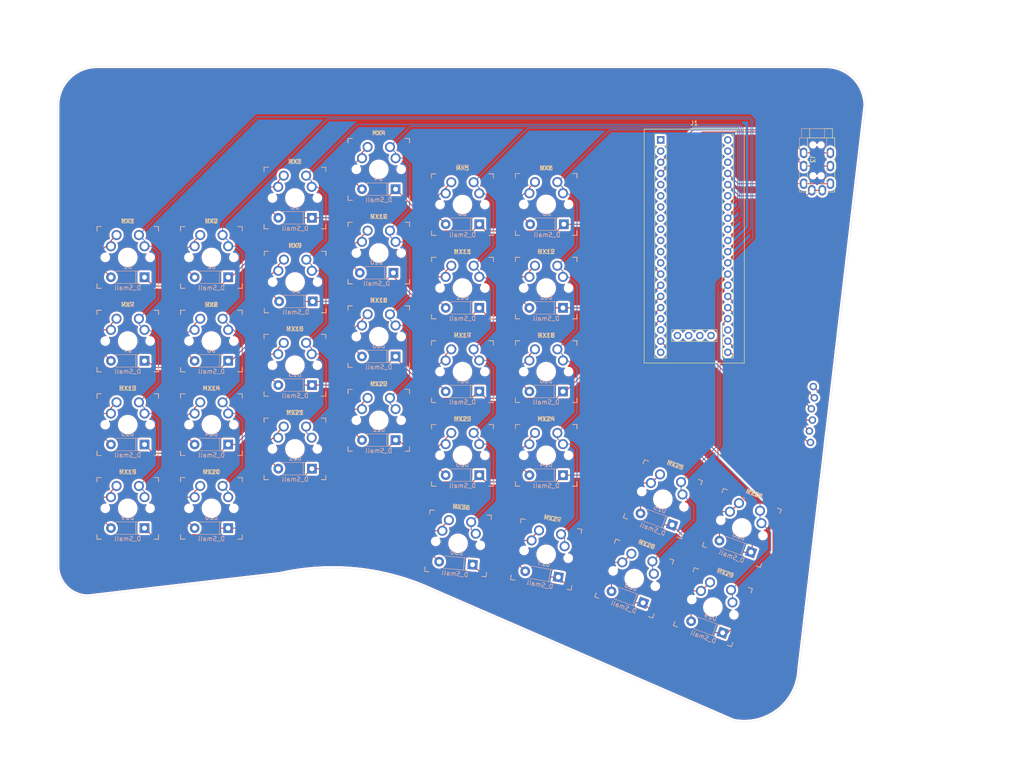
<source format=kicad_pcb>
(kicad_pcb (version 20240108) (generator "pcbnew") (generator_version "8.0")
  (layers (0 "F.Cu" signal) (31 "B.Cu" signal) (34 "B.Paste" user) (35 "F.Paste" user) (36 "B.SilkS" user "B.Silkscreen") (37 "F.SilkS" user "F.Silkscreen") (38 "B.Mask" user) (39 "F.Mask" user) (44 "Edge.Cuts" user))
  (net 0 "")
  (net 1 "Net-(D1-A)")
  (net 2 "Row0")
  (net 3 "Net-(D2-A)")
  (net 4 "Net-(D3-A)")
  (net 5 "Net-(D4-A)")
  (net 6 "Net-(D5-A)")
  (net 7 "Net-(D6-A)")
  (net 8 "Net-(D7-A)")
  (net 9 "Row1")
  (net 10 "Net-(D8-A)")
  (net 11 "Net-(D9-A)")
  (net 12 "Net-(D10-A)")
  (net 13 "Net-(D11-A)")
  (net 14 "Net-(D12-A)")
  (net 15 "Row2")
  (net 16 "Net-(D13-A)")
  (net 17 "Net-(D14-A)")
  (net 18 "Net-(D15-A)")
  (net 19 "Net-(D16-A)")
  (net 20 "Net-(D17-A)")
  (net 21 "Net-(D18-A)")
  (net 22 "Row3")
  (net 23 "Net-(D19-A)")
  (net 24 "Net-(D20-A)")
  (net 25 "Net-(D21-A)")
  (net 26 "Net-(D22-A)")
  (net 27 "Net-(D23-A)")
  (net 28 "Net-(D24-A)")
  (net 29 "Net-(D25-A)")
  (net 30 "Net-(D26-A)")
  (net 31 "Row4")
  (net 32 "Net-(D27-A)")
  (net 33 "Net-(D28-A)")
  (net 34 "Net-(D29-A)")
  (net 35 "Net-(D30-A)")
  (net 36 "Column4")
  (net 37 "Column0")
  (net 38 "Column1")
  (net 39 "Column7")
  (net 40 "Column3")
  (net 41 "Column2")
  (net 42 "Column6")
  (net 43 "Column5")
  (net 54 "TRRS-S")
  (net 55 "TRRS-R1")
  (net 56 "TRRS-T")
  (net 57 "TRRS-R2")
  (net 58 "GND")
  (net 61 "MOSI")
  (net 62 "SCLK")
  (net 63 "5V")
  (net 64 "NCS")
  (net 65 "MISO")
  (footprint "Keebio-Parts:Header-6-Pin-ZigZag" (layer "F.Cu") (at 198.379148 90.328404 -5)
    (property "Reference" "J2" (hide yes))
    (property "Value" "Conn_01x06")
  )
  (footprint "Kicad-STM32-master:YAAJ_BluePill_SWD_2" (layer "F.Cu") (at 163.5 34.28)
    (property "Reference" "J1")
    (property "Value" "Conn_02x25_Counter_Clockwise" (hide yes))
  )
  (footprint "PCM_marbastlib-xp-various:CON_MJ-4PP-9_Reversible" (layer "F.Cu") (at 199 39.98 -90)
    (property "Reference" "J3")
    (property "Value" "AudioJack4_Ground_SwitchTR1" (hide yes))
  )
  (footprint "keyswitches.pretty-master:SW_MX_reversible" (layer "B.Cu") (at 99.5 59.98 180)
    (property "Reference" "MX10")
    (property "Value" "MX_SW_solder")
  )
  (footprint "keyswitches.pretty-master:SW_MX_reversible" (layer "B.Cu") (at 42.5 60.98 180)
    (property "Reference" "MX1")
    (property "Value" "MX_SW_solder")
  )
  (footprint "PCM_4ms_Diode:D_DO-41_P7.62mm_Horizontal" (layer "B.Cu") (at 99.5 83.48 180)
    (property "Reference" "D16")
    (property "Value" "D_Small")
  )
  (footprint "PCM_4ms_Diode:D_DO-41_P7.62mm_Horizontal" (layer "B.Cu") (at 174 144.94 160)
    (property "Reference" "D29")
    (property "Value" "D_Small")
  )
  (footprint "PCM_4ms_Diode:D_DO-41_P7.62mm_Horizontal" (layer "B.Cu") (at 61.5 122.48 180)
    (property "Reference" "D20")
    (property "Value" "D_Small")
  )
  (footprint "keyswitches.pretty-master:SW_MX_reversible" (layer "B.Cu") (at 80.46 47.48 180)
    (property "Reference" "MX3")
    (property "Value" "MX_SW_solder")
  )
  (footprint "PCM_4ms_Diode:D_DO-41_P7.62mm_Horizontal" (layer "B.Cu") (at 118.5 91.44 180)
    (property "Reference" "D17")
    (property "Value" "D_Small")
  )
  (footprint "PCM_4ms_Diode:D_DO-41_P7.62mm_Horizontal" (layer "B.Cu") (at 137.5 110.44 180)
    (property "Reference" "D24")
    (property "Value" "D_Small")
  )
  (footprint "keyswitches.pretty-master:SW_MX_reversible" (layer "B.Cu") (at 42.5 98.98 180)
    (property "Reference" "MX13")
    (property "Value" "MX_SW_solder")
  )
  (footprint "keyswitches.pretty-master:SW_MX_reversible" (layer "B.Cu") (at 99.5 78.98 180)
    (property "Reference" "MX16")
    (property "Value" "MX_SW_solder")
  )
  (footprint "keyswitches.pretty-master:SW_MX_reversible" (layer "B.Cu") (at 61.5 98.98 180)
    (property "Reference" "MX14")
    (property "Value" "MX_SW_solder")
  )
  (footprint "PCM_4ms_Diode:D_DO-41_P7.62mm_Horizontal" (layer "B.Cu") (at 80.5 89.98 180)
    (property "Reference" "D15")
    (property "Value" "D_Small")
  )
  (footprint "keyswitches.pretty-master:SW_MX_reversible" (layer "B.Cu") (at 61.5 60.98 180)
    (property "Reference" "MX2")
    (property "Value" "MX_SW_solder")
  )
  (footprint "keyswitches.pretty-master:SW_MX_reversible" (layer "B.Cu") (at 80.46 104.48 180)
    (property "Reference" "MX21")
    (property "Value" "MX_SW_solder")
  )
  (footprint "PCM_4ms_Diode:D_DO-41_P7.62mm_Horizontal" (layer "B.Cu") (at 80.5 108.98 180)
    (property "Reference" "D21")
    (property "Value" "D_Small")
  )
  (footprint "PCM_4ms_Diode:D_DO-41_P7.62mm_Horizontal" (layer "B.Cu") (at 118.5 110.44 180)
    (property "Reference" "D23")
    (property "Value" "D_Small")
  )
  (footprint "PCM_4ms_Diode:D_DO-41_P7.62mm_Horizontal" (layer "B.Cu") (at 61.5 84.48 180)
    (property "Reference" "D8")
    (property "Value" "D_Small")
  )
  (footprint "PCM_4ms_Diode:D_DO-41_P7.62mm_Horizontal" (layer "B.Cu") (at 99 64.48 180)
    (property "Reference" "D10")
    (property "Value" "D_Small")
  )
  (footprint "keyswitches.pretty-master:SW_MX_reversible" (layer "B.Cu") (at 175.354159 140.438382 160)
    (property "Reference" "MX29")
    (property "Value" "MX_SW_solder")
  )
  (footprint "PCM_4ms_Diode:D_DO-41_P7.62mm_Horizontal" (layer "B.Cu") (at 162.5 120.44 160)
    (property "Reference" "D25")
    (property "Value" "D_Small")
  )
  (footprint "PCM_4ms_Diode:D_DO-41_P7.62mm_Horizontal" (layer "B.Cu") (at 42.5 65.48 180)
    (property "Reference" "D1")
    (property "Value" "D_Small")
  )
  (footprint "keyswitches.pretty-master:SW_MX_reversible" (layer "B.Cu") (at 137.5 67.94 180)
    (property "Reference" "MX12")
    (property "Value" "MX_SW_solder")
  )
  (footprint "keyswitches.pretty-master:SW_MX_reversible" (layer "B.Cu") (at 137.5 48.94 180)
    (property "Reference" "MX6")
    (property "Value" "MX_SW_solder")
  )
  (footprint "PCM_4ms_Diode:D_DO-41_P7.62mm_Horizontal" (layer "B.Cu") (at 136.5 132.94 170)
    (property "Reference" "D27")
    (property "Value" "D_Small")
  )
  (footprint "keyswitches.pretty-master:SW_MX_reversible" (layer "B.Cu") (at 99.5 40.98 180)
    (property "Reference" "MX4")
    (property "Value" "MX_SW_solder")
  )
  (footprint "PCM_4ms_Diode:D_DO-41_P7.62mm_Horizontal" (layer "B.Cu") (at 180.41977 126.636904 160)
    (property "Reference" "D26")
    (property "Value" "D_Small")
  )
  (footprint "keyswitches.pretty-master:SW_MX_reversible" (layer "B.Cu") (at 61.5 79.98 180)
    (property "Reference" "MX8")
    (property "Value" "MX_SW_solder")
  )
  (footprint "keyswitches.pretty-master:SW_MX_reversible" (layer "B.Cu") (at 137.5 128.44 170)
    (property "Reference" "MX27")
    (property "Value" "MX_SW_solder")
  )
  (footprint "keyswitches.pretty-master:SW_MX_reversible" (layer "B.Cu") (at 42.5 79.98 180)
    (property "Reference" "MX7")
    (property "Value" "MX_SW_solder")
  )
  (footprint "keyswitches.pretty-master:SW_MX_reversible" (layer "B.Cu") (at 80.46 85.48 180)
    (property "Reference" "MX15")
    (property "Value" "MX_SW_solder")
  )
  (footprint "keyswitches.pretty-master:SW_MX_reversible" (layer "B.Cu") (at 99.5 97.98 180)
    (property "Reference" "MX22")
    (property "Value" "MX_SW_solder")
  )
  (footprint "keyswitches.pretty-master:SW_MX_reversible" (layer "B.Cu") (at 118.5 48.98 180)
    (property "Reference" "MX5")
    (property "Value" "MX_SW_solder")
  )
  (footprint "PCM_4ms_Diode:D_DO-41_P7.62mm_Horizontal" (layer "B.Cu") (at 155.91977 138.136904 160)
    (property "Reference" "D28")
    (property "Value" "D_Small")
  )
  (footprint "PCM_4ms_Diode:D_DO-41_P7.62mm_Horizontal" (layer "B.Cu") (at 137.5 72.44 180)
    (property "Reference" "D12")
    (property "Value" "D_Small")
  )
  (footprint "PCM_4ms_Diode:D_DO-41_P7.62mm_Horizontal" (layer "B.Cu") (at 61.5 103.48 180)
    (property "Reference" "D14")
    (property "Value" "D_Small")
  )
  (footprint "PCM_4ms_Diode:D_DO-41_P7.62mm_Horizontal" (layer "B.Cu") (at 118.5 53.44 180)
    (property "Reference" "D5")
    (property "Value" "D_Small")
  )
  (footprint "keyswitches.pretty-master:SW_MX_reversible" (layer "B.Cu") (at 181.929334 122.44 160)
    (property "Reference" "MX26")
    (property "Value" "MX_SW_solder")
  )
  (footprint "PCM_4ms_Diode:D_DO-41_P7.62mm_Horizontal" (layer "B.Cu") (at 117 130.44 175)
    (property "Reference" "D30")
    (property "Value" "D_Small")
  )
  (footprint "keyswitches.pretty-master:SW_MX_reversible" (layer "B.Cu") (at 118.5 67.94 180)
    (property "Reference" "MX11")
    (property "Value" "MX_SW_solder")
  )
  (footprint "keyswitches.pretty-master:SW_MX_reversible" (layer "B.Cu") (at 118.5 105.94 180)
    (property "Reference" "MX23")
    (property "Value" "MX_SW_solder")
  )
  (footprint "PCM_4ms_Diode:D_DO-41_P7.62mm_Horizontal" (layer "B.Cu") (at 99.5 45.48 180)
    (property "Reference" "D4")
    (property "Value" "D_Small")
  )
  (footprint "keyswitches.pretty-master:SW_MX_reversible" (layer "B.Cu") (at 164 115.914257 160)
    (property "Reference" "MX25")
    (property "Value" "MX_SW_solder")
  )
  (footprint "keyswitches.pretty-master:SW_MX_reversible" (layer "B.Cu") (at 118.5 86.94 180)
    (property "Reference" "MX17")
    (property "Value" "MX_SW_solder")
  )
  (footprint "PCM_4ms_Diode:D_DO-41_P7.62mm_Horizontal" (layer "B.Cu") (at 61.5 65.48 180)
    (property "Reference" "D2")
    (property "Value" "D_Small")
  )
  (footprint "PCM_4ms_Diode:D_DO-41_P7.62mm_Horizontal" (layer "B.Cu") (at 42.5 103.48 180)
    (property "Reference" "D13")
    (property "Value" "D_Small")
  )
  (footprint "PCM_4ms_Diode:D_DO-41_P7.62mm_Horizontal" (layer "B.Cu") (at 80.5 51.98 180)
    (property "Reference" "D3")
    (property "Value" "D_Small")
  )
  (footprint "keyswitches.pretty-master:SW_MX_reversible" (layer "B.Cu") (at 137.5 105.94 180)
    (property "Reference" "MX24")
    (property "Value" "MX_SW_solder")
  )
  (footprint "keyswitches.pretty-master:SW_MX_reversible" (layer "B.Cu") (at 137.5 86.94 180)
    (property "Reference" "MX18")
    (property "Value" "MX_SW_solder")
  )
  (footprint "PCM_4ms_Diode:D_DO-41_P7.62mm_Horizontal" (layer "B.Cu") (at 137.5 91.44 180)
    (property "Reference" "D18")
    (property "Value" "D_Small")
  )
  (footprint "PCM_4ms_Diode:D_DO-41_P7.62mm_Horizontal" (layer "B.Cu") (at 42.5 84.48 180)
    (property "Reference" "D7")
    (property "Value" "D_Small")
  )
  (footprint "keyswitches.pretty-master:SW_MX_reversible" (layer "B.Cu") (at 157.5 133.94 160)
    (property "Reference" "MX28")
    (property "Value" "MX_SW_solder")
  )
  (footprint "PCM_4ms_Diode:D_DO-41_P7.62mm_Horizontal" (layer "B.Cu") (at 42.5 122.48 180)
    (property "Reference" "D19")
    (property "Value" "D_Small")
  )
  (footprint "keyswitches.pretty-master:SW_MX_reversible" (layer "B.Cu") (at 80.5 66.56 180)
    (property "Reference" "MX9")
    (property "Value" "MX_SW_solder")
  )
  (footprint "PCM_4ms_Diode:D_DO-41_P7.62mm_Horizontal" (layer "B.Cu") (at 137.69 53.44 180)
    (property "Reference" "D6")
    (property "Value" "D_Small")
  )
  (footprint "PCM_4ms_Diode:D_DO-41_P7.62mm_Horizontal" (layer "B.Cu") (at 99.5 102.48 180)
    (property "Reference" "D22")
    (property "Value" "D_Small")
  )
  (footprint "keyswitches.pretty-master:SW_MX_reversible" (layer "B.Cu") (at 61.5 117.98 180)
    (property "Reference" "MX20")
    (property "Value" "MX_SW_solder")
  )
  (footprint "keyswitches.pretty-master:SW_MX_reversible" (layer "B.Cu") (at 42.5 117.98 180)
    (property "Reference" "MX19")
    (property "Value" "MX_SW_solder")
  )
  (footprint "PCM_4ms_Diode:D_DO-41_P7.62mm_Horizontal" (layer "B.Cu") (at 118.5 72.44 180)
    (property "Reference" "D11")
    (property "Value" "D_Small")
  )
  (footprint "PCM_4ms_Diode:D_DO-41_P7.62mm_Horizontal" (layer "B.Cu") (at 80.69 70.98 180)
    (property "Reference" "D9")
    (property "Value" "D_Small")
  )
  (footprint "keyswitches.pretty-master:SW_MX_reversible" (layer "B.Cu") (at 117.5 125.94 175)
    (property "Reference" "MX30")
    (property "Value" "MX_SW_solder")
  )
  (gr_arc (start 201 17.5) (mid 207.363961 20.136039) (end 210 26.5) (stroke (width 0.05)) (layer "Edge.Cuts"))
  (gr_line (start 77.093319 132.91216) (end 33.5 138) (stroke (width 0.05)) (layer "Edge.Cuts"))
  (gr_line (start 26.5 26.5) (end 26.5 131) (stroke (width 0.05)) (layer "Edge.Cuts"))
  (gr_arc (start 26.5 26.5) (mid 29.136039 20.136039) (end 35.5 17.5) (stroke (width 0.05)) (layer "Edge.Cuts"))
  (gr_line (start 179.948533 166.247041) (end 111.5 136.500001) (stroke (width 0.05)) (layer "Edge.Cuts"))
  (gr_arc (start 77.093319 132.91216) (mid 94.592205 131.871862) (end 111.5 136.500001) (stroke (width 0.05)) (layer "Edge.Cuts"))
  (gr_line (start 35.5 17.5) (end 201 17.5) (stroke (width 0.05)) (layer "Edge.Cuts"))
  (gr_line (start 210 26.5) (end 195 154.5) (stroke (width 0.05)) (layer "Edge.Cuts"))
  (gr_arc (start 33.5 138) (mid 28.550253 135.949747) (end 26.5 131) (stroke (width 0.05)) (layer "Edge.Cuts"))
  (gr_arc (start 195 154.5) (mid 190.196855 163.861969) (end 179.948533 166.247041) (stroke (width 0.05)) (layer "Edge.Cuts"))
  (segment (start 39.96 55.9) (end 38.69 57.17) (width 0.2) (layer "F.Cu") (net 1))
  (segment (start 36 59.98) (end 37.54 58.44) (width 0.2) (layer "F.Cu") (net 1))
  (segment (start 36 62.79) (end 36 59.98) (width 0.2) (layer "F.Cu") (net 1))
  (segment (start 38.69 65.48) (end 36 62.79) (width 0.2) (layer "F.Cu") (net 1))
  (segment (start 37.54 58.44) (end 38.69 58.44) (width 0.2) (layer "F.Cu") (net 1))
  (segment (start 38.69 57.17) (end 38.69 58.44) (width 0.2) (layer "F.Cu") (net 1))
  (segment (start 112.81 54.98) (end 103.31 45.48) (width 0.2) (layer "F.Cu") (net 2))
  (segment (start 120.91 54.84) (end 120.64 54.84) (width 0.2) (layer "F.Cu") (net 2))
  (segment (start 63.5 67.48) (end 48.31 67.48) (width 0.2) (layer "F.Cu") (net 2))
  (segment (start 84.31 51.98) (end 79.5 51.98) (width 0.2) (layer "F.Cu") (net 2))
  (segment (start 139.96 54.98) (end 141.5 53.44) (width 0.2) (layer "F.Cu") (net 2))
  (segment (start 120.5 54.98) (end 112.81 54.98) (width 0.2) (layer "F.Cu") (net 2))
  (segment (start 48.31 67.48) (end 46.31 65.48) (width 0.2) (layer "F.Cu") (net 2))
  (segment (start 123.85 54.98) (end 139.96 54.98) (width 0.2) (layer "F.Cu") (net 2))
  (segment (start 152.18 53.44) (end 163.5 64.76) (width 0.2) (layer "F.Cu") (net 2))
  (segment (start 122.31 53.44) (end 120.91 54.84) (width 0.2) (layer "F.Cu") (net 2))
  (segment (start 103.31 45.48) (end 96.81 51.98) (width 0.2) (layer "F.Cu") (net 2))
  (segment (start 96.81 51.98) (end 84.31 51.98) (width 0.2) (layer "F.Cu") (net 2))
  (segment (start 66 65.48) (end 65.31 65.48) (width 0.2) (layer "F.Cu") (net 2))
  (segment (start 122.31 53.44) (end 123.85 54.98) (width 0.2) (layer "F.Cu") (net 2))
  (segment (start 120.64 54.84) (end 120.5 54.98) (width 0.2) (layer "F.Cu") (net 2))
  (segment (start 79.5 51.98) (end 66 65.48) (width 0.2) (layer "F.Cu") (net 2))
  (segment (start 65.31 65.48) (end 65.31 65.67) (width 0.2) (layer "F.Cu") (net 2))
  (segment (start 65.31 65.67) (end 63.5 67.48) (width 0.2) (layer "F.Cu") (net 2))
  (segment (start 141.5 53.44) (end 152.18 53.44) (width 0.2) (layer "F.Cu") (net 2))
  (segment (start 57.69 57.17) (end 57.69 58.44) (width 0.2) (layer "F.Cu") (net 3))
  (segment (start 57.69 58.44) (end 56.54 58.44) (width 0.2) (layer "F.Cu") (net 3))
  (segment (start 55 62.79) (end 57.69 65.48) (width 0.2) (layer "F.Cu") (net 3))
  (segment (start 55 59.98) (end 55 62.79) (width 0.2) (layer "F.Cu") (net 3))
  (segment (start 58.96 55.9) (end 57.69 57.17) (width 0.2) (layer "F.Cu") (net 3))
  (segment (start 56.54 58.44) (end 55 59.98) (width 0.2) (layer "F.Cu") (net 3))
  (segment (start 77.92 42.4) (end 76.65 43.67) (width 0.2) (layer "F.Cu") (net 4))
  (segment (start 75.033554 44.94) (end 74 45.973554) (width 0.2) (layer "F.Cu") (net 4))
  (segment (start 74 45.973554) (end 74 49.29) (width 0.2) (layer "F.Cu") (net 4))
  (segment (start 76.65 43.67) (end 76.65 44.94) (width 0.2) (layer "F.Cu") (net 4))
  (segment (start 76.65 44.94) (end 75.033554 44.94) (width 0.2) (layer "F.Cu") (net 4))
  (segment (start 74 49.29) (end 76.69 51.98) (width 0.2) (layer "F.Cu") (net 4))
  (segment (start 93 42.79) (end 93 40.701671) (width 0.2) (layer "F.Cu") (net 5))
  (segment (start 95.261671 38.44) (end 95.69 38.44) (width 0.2) (layer "F.Cu") (net 5))
  (segment (start 93 40.701671) (end 95.261671 38.44) (width 0.2) (layer "F.Cu") (net 5))
  (segment (start 95.69 45.48) (end 93 42.79) (width 0.2) (layer "F.Cu") (net 5))
  (segment (start 95.69 37.17) (end 95.69 38.44) (width 0.2) (layer "F.Cu") (net 5))
  (segment (start 96.96 35.9) (end 95.69 37.17) (width 0.2) (layer "F.Cu") (net 5))
  (segment (start 114.69 46.44) (end 113.54 46.44) (width 0.2) (layer "F.Cu") (net 6))
  (segment (start 112 47.98) (end 112 50.75) (width 0.2) (layer "F.Cu") (net 6))
  (segment (start 113.54 46.44) (end 112 47.98) (width 0.2) (layer "F.Cu") (net 6))
  (segment (start 112 50.75) (end 114.69 53.44) (width 0.2) (layer "F.Cu") (net 6))
  (segment (start 115.96 43.9) (end 114.69 45.17) (width 0.2) (layer "F.Cu") (net 6))
  (segment (start 114.69 45.17) (end 114.69 46.44) (width 0.2) (layer "F.Cu") (net 6))
  (segment (start 134.96 43.86) (end 133.69 45.13) (width 0.2) (layer "F.Cu") (net 7))
  (segment (start 131 47.98) (end 131 50.56) (width 0.2) (layer "F.Cu") (net 7))
  (segment (start 133.69 45.13) (end 133.69 46.4) (width 0.2) (layer "F.Cu") (net 7))
  (segment (start 133.69 46.4) (end 132.58 46.4) (width 0.2) (layer "F.Cu") (net 7))
  (segment (start 131 50.56) (end 133.88 53.44) (width 0.2) (layer "F.Cu") (net 7))
  (segment (start 132.58 46.4) (end 131 47.98) (width 0.2) (layer "F.Cu") (net 7))
  (segment (start 36 78.513554) (end 36 81.79) (width 0.2) (layer "F.Cu") (net 8))
  (segment (start 38.69 77.44) (end 37.073554 77.44) (width 0.2) (layer "F.Cu") (net 8))
  (segment (start 37.073554 77.44) (end 36 78.513554) (width 0.2) (layer "F.Cu") (net 8))
  (segment (start 39.96 74.9) (end 38.69 76.17) (width 0.2) (layer "F.Cu") (net 8))
  (segment (start 36 81.79) (end 38.69 84.48) (width 0.2) (layer "F.Cu") (net 8))
  (segment (start 38.69 76.17) (end 38.69 77.44) (width 0.2) (layer "F.Cu") (net 8))
  (segment (start 48.5 85.98) (end 47 84.48) (width 0.2) (layer "F.Cu") (net 9))
  (segment (start 84.5 70.98) (end 96.31 70.98) (width 0.2) (layer "F.Cu") (net 9))
  (segment (start 65.31 84.48) (end 63.81 85.98) (width 0.2) (layer "F.Cu") (net 9))
  (segment (start 102.81 64.48) (end 102.81 65.29) (width 0.2) (layer "F.Cu") (net 9))
  (segment (start 65.31 84.48) (end 66 84.48) (width 0.2) (layer "F.Cu") (net 9))
  (segment (start 158.36 72.44) (end 163.5 67.3) (width 0.2) (layer "F.Cu") (net 9))
  (segment (start 119.77 74.98) (end 122.31 72.44) (width 0.2) (layer "F.Cu") (net 9))
  (segment (start 112.5 74.98) (end 119.77 74.98) (width 0.2) (layer "F.Cu") (net 9))
  (segment (start 122.31 72.44) (end 124.85 74.98) (width 0.2) (layer "F.Cu") (net 9))
  (segment (start 141.31 72.44) (end 158.36 72.44) (width 0.2) (layer "F.Cu") (net 9))
  (segment (start 139.54 72.44) (end 141.31 72.44) (width 0.2) (layer "F.Cu") (net 9))
  (segment (start 79.5 70.98) (end 84.5 70.98) (width 0.2) (layer "F.Cu") (net 9))
  (segment (start 137 74.98) (end 139.54 72.44) (width 0.2) (layer "F.Cu") (net 9))
  (segment (start 124.85 74.98) (end 137 74.98) (width 0.2) (layer "F.Cu") (net 9))
  (segment (start 66 84.48) (end 79.5 70.98) (width 0.2) (layer "F.Cu") (net 9))
  (segment (start 102.81 65.29) (end 112.5 74.98) (width 0.2) (layer "F.Cu") (net 9))
  (segment (start 47 84.48) (end 46.31 84.48) (width 0.2) (layer "F.Cu") (net 9))
  (segment (start 96.31 70.98) (end 102.81 64.48) (width 0.2) (layer "F.Cu") (net 9))
  (segment (start 63.81 85.98) (end 48.5 85.98) (width 0.2) (layer "F.Cu") (net 9))
  (segment (start 55 81.79) (end 55 79.2609) (width 0.2) (layer "F.Cu") (net 10))
  (segment (start 55 79.2609) (end 56.8209 77.44) (width 0.2) (layer "F.Cu") (net 10))
  (segment (start 57.69 84.48) (end 55 81.79) (width 0.2) (layer "F.Cu") (net 10))
  (segment (start 58.96 74.9) (end 57.69 76.17) (width 0.2) (layer "F.Cu") (net 10))
  (segment (start 57.69 76.17) (end 57.69 77.44) (width 0.2) (layer "F.Cu") (net 10))
  (segment (start 56.8209 77.44) (end 57.69 77.44) (width 0.2) (layer "F.Cu") (net 10))
  (segment (start 75.96 64.02) (end 74 65.98) (width 0.2) (layer "F.Cu") (net 11))
  (segment (start 77.96 61.48) (end 76.69 62.75) (width 0.2) (layer "F.Cu") (net 11))
  (segment (start 76.69 64.02) (end 75.96 64.02) (width 0.2) (layer "F.Cu") (net 11))
  (segment (start 74 65.98) (end 74 68.1) (width 0.2) (layer "F.Cu") (net 11))
  (segment (start 74 68.1) (end 76.88 70.98) (width 0.2) (layer "F.Cu") (net 11))
  (segment (start 76.69 62.75) (end 76.69 64.02) (width 0.2) (layer "F.Cu") (net 11))
  (segment (start 94.54 57.44) (end 93 58.98) (width 0.2) (layer "F.Cu") (net 12))
  (segment (start 96.96 54.9) (end 95.69 56.17) (width 0.2) (layer "F.Cu") (net 12))
  (segment (start 95.69 56.17) (end 95.69 57.44) (width 0.2) (layer "F.Cu") (net 12))
  (segment (start 93 58.98) (end 93 62.29) (width 0.2) (layer "F.Cu") (net 12))
  (segment (start 93 62.29) (end 95.19 64.48) (width 0.2) (layer "F.Cu") (net 12))
  (segment (start 95.69 57.44) (end 94.54 57.44) (width 0.2) (layer "F.Cu") (net 12))
  (segment (start 115.96 62.86) (end 114.69 64.13) (width 0.2) (layer "F.Cu") (net 13))
  (segment (start 114.69 64.13) (end 114.69 65.4) (width 0.2) (layer "F.Cu") (net 13))
  (segment (start 113.073554 65.4) (end 112 66.473554) (width 0.2) (layer "F.Cu") (net 13))
  (segment (start 112 66.473554) (end 112 69.75) (width 0.2) (layer "F.Cu") (net 13))
  (segment (start 114.69 65.4) (end 113.073554 65.4) (width 0.2) (layer "F.Cu") (net 13))
  (segment (start 112 69.75) (end 114.69 72.44) (width 0.2) (layer "F.Cu") (net 13))
  (segment (start 133.69 72.44) (end 131 69.75) (width 0.2) (layer "F.Cu") (net 14))
  (segment (start 131 66.473554) (end 132.073554 65.4) (width 0.2) (layer "F.Cu") (net 14))
  (segment (start 133.69 64.13) (end 133.69 65.4) (width 0.2) (layer "F.Cu") (net 14))
  (segment (start 132.073554 65.4) (end 133.69 65.4) (width 0.2) (layer "F.Cu") (net 14))
  (segment (start 131 69.75) (end 131 66.473554) (width 0.2) (layer "F.Cu") (net 14))
  (segment (start 134.96 62.86) (end 133.69 64.13) (width 0.2) (layer "F.Cu") (net 14))
  (segment (start 67 103.48) (end 65.31 103.48) (width 0.2) (layer "F.Cu") (net 15))
  (segment (start 48.31 105.48) (end 46.31 103.48) (width 0.2) (layer "F.Cu") (net 15))
  (segment (start 141.31 91.44) (end 141.9 91.44) (width 0.2) (layer "F.Cu") (net 15))
  (segment (start 103.31 83.48) (end 96.81 89.98) (width 0.2) (layer "F.Cu") (net 15))
  (segment (start 80.5 89.98) (end 67 103.48) (width 0.2) (layer "F.Cu") (net 15))
  (segment (start 84.31 89.98) (end 80.5 89.98) (width 0.2) (layer "F.Cu") (net 15))
  (segment (start 112.5 92.98) (end 103.31 83.79) (width 0.2) (layer "F.Cu") (net 15))
  (segment (start 63.31 105.48) (end 48.31 105.48) (width 0.2) (layer "F.Cu") (net 15))
  (segment (start 96.81 89.98) (end 84.31 89.98) (width 0.2) (layer "F.Cu") (net 15))
  (segment (start 103.31 83.79) (end 103.31 83.48) (width 0.2) (layer "F.Cu") (net 15))
  (segment (start 141.9 91.44) (end 163.5 69.84) (width 0.2) (layer "F.Cu") (net 15))
  (segment (start 120.5 92.98) (end 112.5 92.98) (width 0.2) (layer "F.Cu") (net 15))
  (segment (start 122.31 91.44) (end 122.04 91.44) (width 0.2) (layer "F.Cu") (net 15))
  (segment (start 139.77 92.98) (end 123.85 92.98) (width 0.2) (layer "F.Cu") (net 15))
  (segment (start 122.04 91.44) (end 120.5 92.98) (width 0.2) (layer "F.Cu") (net 15))
  (segment (start 123.85 92.98) (end 122.31 91.44) (width 0.2) (layer "F.Cu") (net 15))
  (segment (start 141.31 91.44) (end 139.77 92.98) (width 0.2) (layer "F.Cu") (net 15))
  (segment (start 65.31 103.48) (end 63.31 105.48) (width 0.2) (layer "F.Cu") (net 15))
  (segment (start 37.073554 96.44) (end 36 97.513554) (width 0.2) (layer "F.Cu") (net 16))
  (segment (start 38.69 95.17) (end 38.69 96.44) (width 0.2) (layer "F.Cu") (net 16))
  (segment (start 36 100.79) (end 38.69 103.48) (width 0.2) (layer "F.Cu") (net 16))
  (segment (start 36 97.513554) (end 36 100.79) (width 0.2) (layer "F.Cu") (net 16))
  (segment (start 39.96 93.9) (end 38.69 95.17) (width 0.2) (layer "F.Cu") (net 16))
  (segment (start 38.69 96.44) (end 37.073554 96.44) (width 0.2) (layer "F.Cu") (net 16))
  (segment (start 57.69 103.48) (end 55 100.79) (width 0.2) (layer "F.Cu") (net 17))
  (segment (start 55 97.98) (end 56.54 96.44) (width 0.2) (layer "F.Cu") (net 17))
  (segment (start 56.54 96.44) (end 57.69 96.44) (width 0.2) (layer "F.Cu") (net 17))
  (segment (start 55 100.79) (end 55 97.98) (width 0.2) (layer "F.Cu") (net 17))
  (segment (start 58.96 93.9) (end 57.69 95.17) (width 0.2) (layer "F.Cu") (net 17))
  (segment (start 57.69 95.17) (end 57.69 96.44) (width 0.2) (layer "F.Cu") (net 17))
  (segment (start 76.65 81.67) (end 76.65 82.94) (width 0.2) (layer "F.Cu") (net 18))
  (segment (start 76.65 82.94) (end 75.033554 82.94) (width 0.2) (layer "F.Cu") (net 18))
  (segment (start 74 87.29) (end 76.69 89.98) (width 0.2) (layer "F.Cu") (net 18))
  (segment (start 75.033554 82.94) (end 74 83.973554) (width 0.2) (layer "F.Cu") (net 18))
  (segment (start 77.92 80.4) (end 76.65 81.67) (width 0.2) (layer "F.Cu") (net 18))
  (segment (start 74 83.973554) (end 74 87.29) (width 0.2) (layer "F.Cu") (net 18))
  (segment (start 94.54 76.44) (end 93 77.98) (width 0.2) (layer "F.Cu") (net 19))
  (segment (start 93 77.98) (end 93 80.79) (width 0.2) (layer "F.Cu") (net 19))
  (segment (start 93 80.79) (end 95.69 83.48) (width 0.2) (layer "F.Cu") (net 19))
  (segment (start 96.96 73.9) (end 95.69 75.17) (width 0.2) (layer "F.Cu") (net 19))
  (segment (start 95.69 76.44) (end 94.54 76.44) (width 0.2) (layer "F.Cu") (net 19))
  (segment (start 95.69 75.17) (end 95.69 76.44) (width 0.2) (layer "F.Cu") (net 19))
  (segment (start 114.08 84.4) (end 114.69 84.4) (width 0.2) (layer "F.Cu") (net 20))
  (segment (start 115.96 81.86) (end 114.69 83.13) (width 0.2) (layer "F.Cu") (net 20))
  (segment (start 114.69 83.13) (end 114.69 84.4) (width 0.2) (layer "F.Cu") (net 20))
  (segment (start 112 86.48) (end 114.08 84.4) (width 0.2) (layer "F.Cu") (net 20))
  (segment (start 112 88.75) (end 112 86.48) (width 0.2) (layer "F.Cu") (net 20))
  (segment (start 114.69 91.44) (end 112 88.75) (width 0.2) (layer "F.Cu") (net 20))
  (segment (start 133.08 84.4) (end 133.69 84.4) (width 0.2) (layer "F.Cu") (net 21))
  (segment (start 134.96 81.86) (end 133.69 83.13) (width 0.2) (layer "F.Cu") (net 21))
  (segment (start 131 86.48) (end 133.08 84.4) (width 0.2) (layer "F.Cu") (net 21))
  (segment (start 133.69 83.13) (end 133.69 84.4) (width 0.2) (layer "F.Cu") (net 21))
  (segment (start 133.69 91.44) (end 131 88.75) (width 0.2) (layer "F.Cu") (net 21))
  (segment (start 131 88.75) (end 131 86.48) (width 0.2) (layer "F.Cu") (net 21))
  (segment (start 171.50306 104.98) (end 147 104.98) (width 0.2) (layer "F.Cu") (net 22))
  (segment (start 147 104.98) (end 147 88.88) (width 0.2) (layer "F.Cu") (net 22))
  (segment (start 104 102.48) (end 113.5 111.98) (width 0.2) (layer "F.Cu") (net 22))
  (segment (start 184.273234 127.666766) (end 184.273234 117.750174) (width 0.2) (layer "F.Cu") (net 22))
  (segment (start 122.31 110.44) (end 123.85 111.98) (width 0.2) (layer "F.Cu") (net 22))
  (segment (start 62 122.48) (end 65.31 122.48) (width 0.2) (layer "F.Cu") (net 22))
  (segment (start 123.85 111.98) (end 139.77 111.98) (width 0.2) (layer "F.Cu") (net 22))
  (segment (start 113.5 111.98) (end 120.77 111.98) (width 0.2) (layer "F.Cu") (net 22))
  (segment (start 184 127.94) (end 184.273234 127.666766) (width 0.2) (layer "F.Cu") (net 22))
  (segment (start 120.77 111.98) (end 122.31 110.44) (width 0.2) (layer "F.Cu") (net 22))
  (segment (start 65.31 122.48) (end 70.81 122.48) (width 0.2) (layer "F.Cu") (net 22))
  (segment (start 166.08023 121.743096) (end 172.277134 127.94) (width 0.2) (layer "F.Cu") (net 22))
  (segment (start 47.81 123.98) (end 60.5 123.98) (width 0.2) (layer "F.Cu") (net 22))
  (segment (start 147 88.88) (end 163.5 72.38) (width 0.2) (layer "F.Cu") (net 22))
  (segment (start 139.77 111.98) (end 141.31 110.44) (width 0.2) (layer "F.Cu") (net 22))
  (segment (start 46.31 122.48) (end 47.81 123.98) (width 0.2) (layer "F.Cu") (net 22))
  (segment (start 103.31 102.48) (end 104 102.48) (width 0.2) (layer "F.Cu") (net 22))
  (segment (start 96.81 108.98) (end 103.31 102.48) (width 0.2) (layer "F.Cu") (net 22))
  (segment (start 158.263096 121.743096) (end 166.08023 121.743096) (width 0.2) (layer "F.Cu") (net 22))
  (segment (start 84.31 108.98) (end 96.81 108.98) (width 0.2) (layer "F.Cu") (net 22))
  (segment (start 60.5 123.98) (end 62 122.48) (width 0.2) (layer "F.Cu") (net 22))
  (segment (start 141.31 110.44) (end 146.96 110.44) (width 0.2) (layer "F.Cu") (net 22))
  (segment (start 172.277134 127.94) (end 184 127.94) (width 0.2) (layer "F.Cu") (net 22))
  (segment (start 70.81 122.48) (end 84.31 108.98) (width 0.2) (layer "F.Cu") (net 22))
  (segment (start 146.96 110.44) (end 158.263096 121.743096) (width 0.2) (layer "F.Cu") (net 22))
  (segment (start 184.273234 117.750174) (end 171.50306 104.98) (width 0.2) (layer "F.Cu") (net 22))
  (segment (start 39.96 112.9) (end 38.69 114.17) (width 0.2) (layer "F.Cu") (net 23))
  (segment (start 38.69 115.44) (end 37.073554 115.44) (width 0.2) (layer "F.Cu") (net 23))
  (segment (start 37.073554 115.44) (end 36 116.513554) (width 0.2) (layer "F.Cu") (net 23))
  (segment (start 38.69 114.17) (end 38.69 115.44) (width 0.2) (layer "F.Cu") (net 23))
  (segment (start 36 119.79) (end 38.69 122.48) (width 0.2) (layer "F.Cu") (net 23))
  (segment (start 36 116.513554) (end 36 119.79) (width 0.2) (layer "F.Cu") (net 23))
  (segment (start 58.96 112.9) (end 57.69 114.17) (width 0.2) (layer "F.Cu") (net 24))
  (segment (start 57.69 115.44) (end 56.073554 115.44) (width 0.2) (layer "F.Cu") (net 24))
  (segment (start 55 116.513554) (end 55 119.79) (width 0.2) (layer "F.Cu") (net 24))
  (segment (start 56.073554 115.44) (end 55 116.513554) (width 0.2) (layer "F.Cu") (net 24))
  (segment (start 57.69 114.17) (end 57.69 115.44) (width 0.2) (layer "F.Cu") (net 24))
  (segment (start 55 119.79) (end 57.69 122.48) (width 0.2) (layer "F.Cu") (net 24))
  (segment (start 74 106.29) (end 76.69 108.98) (width 0.2) (layer "F.Cu") (net 25))
  (segment (start 75.54 101.94) (end 74 103.48) (width 0.2) (layer "F.Cu") (net 25))
  (segment (start 76.65 101.94) (end 75.54 101.94) (width 0.2) (layer "F.Cu") (net 25))
  (segment (start 76.65 100.67) (end 76.65 101.94) (width 0.2) (layer "F.Cu") (net 25))
  (segment (start 77.92 99.4) (end 76.65 100.67) (width 0.2) (layer "F.Cu") (net 25))
  (segment (start 74 103.48) (end 74 106.29) (width 0.2) (layer "F.Cu") (net 25))
  (segment (start 93 96.513554) (end 94.073554 95.44) (width 0.2) (layer "F.Cu") (net 26))
  (segment (start 95.69 102.48) (end 93 99.79) (width 0.2) (layer "F.Cu") (net 26))
  (segment (start 93 99.79) (end 93 96.513554) (width 0.2) (layer "F.Cu") (net 26))
  (segment (start 94.073554 95.44) (end 95.69 95.44) (width 0.2) (layer "F.Cu") (net 26))
  (segment (start 96.96 92.9) (end 95.69 94.17) (width 0.2) (layer "F.Cu") (net 26))
  (segment (start 95.69 94.17) (end 95.69 95.44) (width 0.2) (layer "F.Cu") (net 26))
  (segment (start 112 104.98) (end 112 107.75) (width 0.2) (layer "F.Cu") (net 27))
  (segment (start 114.69 102.13) (end 114.69 103.4) (width 0.2) (layer "F.Cu") (net 27))
  (segment (start 113.58 103.4) (end 112 104.98) (width 0.2) (layer "F.Cu") (net 27))
  (segment (start 112 107.75) (end 114.69 110.44) (width 0.2) (layer "F.Cu") (net 27))
  (segment (start 114.69 103.4) (end 113.58 103.4) (width 0.2) (layer "F.Cu") (net 27))
  (segment (start 115.96 100.86) (end 114.69 102.13) (width 0.2) (layer "F.Cu") (net 27))
  (segment (start 134.96 100.86) (end 133.69 102.13) (width 0.2) (layer "F.Cu") (net 28))
  (segment (start 133.69 102.13) (end 133.69 103.4) (width 0.2) (layer "F.Cu") (net 28))
  (segment (start 131 105.48) (end 133.08 103.4) (width 0.2) (layer "F.Cu") (net 28))
  (segment (start 133.08 103.4) (end 133.69 103.4) (width 0.2) (layer "F.Cu") (net 28))
  (segment (start 133.69 110.44) (end 131 107.75) (width 0.2) (layer "F.Cu") (net 28))
  (segment (start 131 107.75) (end 131 105.48) (width 0.2) (layer "F.Cu") (net 28))
  (segment (start 163.350644 110.271886) (end 161.398189 112.224341) (width 0.2) (layer "F.Cu") (net 29))
  (segment (start 161.288502 112.224341) (end 158.755659 112.224341) (width 0.2) (layer "F.Cu") (net 29))
  (segment (start 157.5 113.48) (end 157.5 115.48) (width 0.2) (layer "F.Cu") (net 29))
  (segment (start 161.398189 112.224341) (end 161.288502 112.224341) (width 0.2) (layer "F.Cu") (net 29))
  (segment (start 158.91977 116.89977) (end 158.91977 119.136904) (width 0.2) (layer "F.Cu") (net 29))
  (segment (start 158.755659 112.224341) (end 157.5 113.48) (width 0.2) (layer "F.Cu") (net 29))
  (segment (start 157.5 115.48) (end 158.91977 116.89977) (width 0.2) (layer "F.Cu") (net 29))
  (segment (start 176.83954 125.333808) (end 176.83954 122.81954) (width 0.2) (layer "F.Cu") (net 30))
  (segment (start 175.5 119.98) (end 176.729916 118.750084) (width 0.2) (layer "F.Cu") (net 30))
  (segment (start 176.83954 122.81954) (end 175.5 121.48) (width 0.2) (layer "F.Cu") (net 30))
  (segment (start 175.5 121.48) (end 175.5 119.98) (width 0.2) (layer "F.Cu") (net 30))
  (segment (start 179.327523 118.750084) (end 179.217836 118.750084) (width 0.2) (layer "F.Cu") (net 30))
  (segment (start 181.279978 116.797629) (end 179.327523 118.750084) (width 0.2) (layer "F.Cu") (net 30))
  (segment (start 176.729916 118.750084) (end 179.217836 118.750084) (width 0.2) (layer "F.Cu") (net 30))
  (segment (start 166.303096 146.243096) (end 177.58023 146.243096) (width 0.2) (layer "F.Cu") (net 31))
  (segment (start 174.5 103.48) (end 148 103.48) (width 0.2) (layer "F.Cu") (net 31))
  (segment (start 137 134.48) (end 137.878401 133.601599) (width 0.2) (layer "F.Cu") (net 31))
  (segment (start 124.503439 134.48) (end 137 134.48) (width 0.2) (layer "F.Cu") (net 31))
  (segment (start 120.795502 130.772063) (end 124.503439 134.48) (width 0.2) (layer "F.Cu") (net 31))
  (segment (start 148 103.48) (end 148 90.42) (width 0.2) (layer "F.Cu") (net 31))
  (segment (start 178.750826 146.243096) (end 189 135.993922) (width 0.2) (layer "F.Cu") (net 31))
  (segment (start 148 90.42) (end 163.5 74.92) (width 0.2) (layer "F.Cu") (net 31))
  (segment (start 189 135.993922) (end 189 117.98) (width 0.2) (layer "F.Cu") (net 31))
  (segment (start 177.58023 146.243096) (end 178.750826 146.243096) (width 0.2) (layer "F.Cu") (net 31))
  (segment (start 189 117.98) (end 174.5 103.48) (width 0.2) (layer "F.Cu") (net 31))
  (segment (start 140.252118 133.601599) (end 146.090519 139.44) (width 0.2) (layer "F.Cu") (net 31))
  (segment (start 159.5 139.44) (end 166.303096 146.243096) (width 0.2) (layer "F.Cu") (net 31))
  (segment (start 137.878401 133.601599) (end 140.252118 133.601599) (width 0.2) (layer "F.Cu") (net 31))
  (segment (start 146.090519 139.44) (end 159.5 139.44) (width 0.2) (layer "F.Cu") (net 31))
  (segment (start 132.203011 125.276989) (end 131 126.48) (width 0.2) (layer "F.Cu") (net 32))
  (segment (start 135.880722 122.996109) (end 134.188949 124.687882) (width 0.2) (layer "F.Cu") (net 32))
  (segment (start 134.188949 125.276989) (end 132.203011 125.276989) (width 0.2) (layer "F.Cu") (net 32))
  (segment (start 131 126.48) (end 131 130.530519) (width 0.2) (layer "F.Cu") (net 32))
  (segment (start 131 130.530519) (end 132.747882 132.278401) (width 0.2) (layer "F.Cu") (net 32))
  (segment (start 134.188949 124.687882) (end 134.188949 125.276989) (width 0.2) (layer "F.Cu") (net 32))
  (segment (start 154.898188 130.250084) (end 154.788502 130.250084) (width 0.2) (layer "F.Cu") (net 33))
  (segment (start 151 131.48) (end 151 132.98) (width 0.2) (layer "F.Cu") (net 33))
  (segment (start 152.229916 130.250084) (end 151 131.48) (width 0.2) (layer "F.Cu") (net 33))
  (segment (start 156.850644 128.297628) (end 154.898188 130.250084) (width 0.2) (layer "F.Cu") (net 33))
  (segment (start 154.788502 130.250084) (end 152.229916 130.250084) (width 0.2) (layer "F.Cu") (net 33))
  (segment (start 152.33954 134.31954) (end 152.33954 136.833808) (width 0.2) (layer "F.Cu") (net 33))
  (segment (start 151 132.98) (end 152.33954 134.31954) (width 0.2) (layer "F.Cu") (net 33))
  (segment (start 174.704803 134.796011) (end 172.752348 136.748466) (width 0.2) (layer "F.Cu") (net 34))
  (segment (start 172.642661 136.748466) (end 170.231534 136.748466) (width 0.2) (layer "F.Cu") (net 34))
  (segment (start 170.41977 140.89977) (end 170.41977 143.636904) (width 0.2) (layer "F.Cu") (net 34))
  (segment (start 169 139.48) (end 170.41977 140.89977) (width 0.2) (layer "F.Cu") (net 34))
  (segment (start 170.231534 136.748466) (end 169 137.98) (width 0.2) (layer "F.Cu") (net 34))
  (segment (start 169 137.98) (end 169 139.48) (width 0.2) (layer "F.Cu") (net 34))
  (segment (start 172.752348 136.748466) (end 172.642661 136.748466) (width 0.2) (layer "F.Cu") (net 34))
  (segment (start 113.925874 123.077602) (end 112.309428 123.077602) (width 0.2) (layer "F.Cu") (net 35))
  (segment (start 115.412417 120.657955) (end 113.925874 122.144498) (width 0.2) (layer "F.Cu") (net 35))
  (segment (start 113.925874 122.144498) (end 113.925874 123.077602) (width 0.2) (layer "F.Cu") (net 35))
  (segment (start 112.309428 123.077602) (end 111 124.38703) (width 0.2) (layer "F.Cu") (net 35))
  (segment (start 111 124.38703) (end 111 127.903439) (width 0.2) (layer "F.Cu") (net 35))
  (segment (start 111 127.903439) (end 113.204498 130.107937) (width 0.2) (layer "F.Cu") (net 35))
  (segment (start 181.4 49.4) (end 178.74 52.06) (width 0.2) (layer "B.Cu") (net 36))
  (segment (start 122.31 46.44) (end 123.46 46.44) (width 0.2) (layer "B.Cu") (net 36))
  (segment (start 122.31 64.13) (end 122.31 65.4) (width 0.2) (layer "B.Cu") (net 36))
  (segment (start 123.46 46.44) (end 125.5 48.48) (width 0.2) (layer "B.Cu") (net 36))
  (segment (start 125.5 85.973554) (end 125.5 96.4) (width 0.2) (layer "B.Cu") (net 36))
  (segment (start 133.36 31.58) (end 181.165685 31.58) (width 0.2) (layer "B.Cu") (net 36))
  (segment (start 122.31 45.17) (end 122.31 46.44) (width 0.2) (layer "B.Cu") (net 36))
  (segment (start 122.31 84.4) (end 123.926446 84.4) (width 0.2) (layer "B.Cu") (net 36))
  (segment (start 125.5 104.973554) (end 125.5 116.073793) (width 0.2) (layer "B.Cu") (net 36))
  (segment (start 125.5 48.48) (end 125.5 58.4) (width 0.2) (layer "B.Cu") (net 36))
  (segment (start 122.31 102.13) (end 122.31 103.4) (width 0.2) (layer "B.Cu") (net 36))
  (segment (start 121.04 83.13) (end 121.04 81.86) (width 0.2) (layer "B.Cu") (net 36))
  (segment (start 123.926446 103.4) (end 125.5 104.973554) (width 0.2) (layer "B.Cu") (net 36))
  (segment (start 181.165685 31.58) (end 181.4 31.814315) (width 0.2) (layer "B.Cu") (net 36))
  (segment (start 123.926446 84.4) (end 125.5 85.973554) (width 0.2) (layer "B.Cu") (net 36))
  (segment (start 121.04 100.86) (end 122.31 102.13) (width 0.2) (layer "B.Cu") (net 36))
  (segment (start 122.31 84.4) (end 121.04 83.13) (width 0.2) (layer "B.Cu") (net 36))
  (segment (start 125.5 67.48) (end 123.42 65.4) (width 0.2) (layer "B.Cu") (net 36))
  (segment (start 121.04 43.9) (end 122.31 45.17) (width 0.2) (layer "B.Cu") (net 36))
  (segment (start 123.42 65.4) (end 122.31 65.4) (width 0.2) (layer "B.Cu") (net 36))
  (segment (start 181.4 31.814315) (end 181.4 49.4) (width 0.2) (layer "B.Cu") (net 36))
  (segment (start 121.04 81.86) (end 125.5 77.4) (width 0.2) (layer "B.Cu") (net 36))
  (segment (start 125.5 58.4) (end 121.04 62.86) (width 0.2) (layer "B.Cu") (net 36))
  (segment (start 125.5 77.4) (end 125.5 67.48) (width 0.2) (layer "B.Cu") (net 36))
  (segment (start 121.04 43.9) (end 133.36 31.58) (width 0.2) (layer "B.Cu") (net 36))
  (segment (start 125.5 96.4) (end 121.04 100.86) (width 0.2) (layer "B.Cu") (net 36))
  (segment (start 120.473086 121.100707) (end 120.473086 122.697938) (width 0.2) (layer "B.Cu") (net 36))
  (segment (start 121.04 62.86) (end 122.31 64.13) (width 0.2) (layer "B.Cu") (net 36))
  (segment (start 122.31 103.4) (end 123.926446 103.4) (width 0.2) (layer "B.Cu") (net 36))
  (segment (start 125.5 116.073793) (end 120.473086 121.100707) (width 0.2) (layer "B.Cu") (net 36))
  (segment (start 120.473086 122.697938) (end 121.516877 123.741729) (width 0.2) (layer "B.Cu") (net 36))
  (segment (start 45.04 93.9) (end 49.5 89.44) (width 0.2) (layer "B.Cu") (net 37))
  (segment (start 45.04 112.9) (end 46.31 114.17) (width 0.2) (layer "B.Cu") (net 37))
  (segment (start 49.5 89.44) (end 49.5 79.48) (width 0.2) (layer "B.Cu") (net 37))
  (segment (start 47.926446 96.44) (end 49.5 98.013554) (width 0.2) (layer "B.Cu") (net 37))
  (segment (start 45.04 76.17) (end 45.04 74.9) (width 0.2) (layer "B.Cu") (net 37))
  (segment (start 46.31 95.17) (end 46.31 96.44) (width 0.2) (layer "B.Cu") (net 37))
  (segment (start 183.665686 29.08) (end 184.4 29.814314) (width 0.2) (layer "B.Cu") (net 37))
  (segment (start 49.5 59.98) (end 47.96 58.44) (width 0.2) (layer "B.Cu") (net 37))
  (segment (start 46.31 77.44) (end 45.04 76.17) (width 0.2) (layer "B.Cu") (net 37))
  (segment (start 184.4 29.814314) (end 184.4 56.56) (width 0.2) (layer "B.Cu") (net 37))
  (segment (start 45.04 93.9) (end 46.31 95.17) (width 0.2) (layer "B.Cu") (net 37))
  (segment (start 45.04 55.9) (end 71.86 29.08) (width 0.2) (layer "B.Cu") (net 37))
  (segment (start 184.4 56.56) (end 178.74 62.22) (width 0.2) (layer "B.Cu") (net 37))
  (segment (start 45.04 74.9) (end 49.5 70.44) (width 0.2) (layer "B.Cu") (net 37))
  (segment (start 49.5 98.013554) (end 49.5 108.44) (width 0.2) (layer "B.Cu") (net 37))
  (segment (start 47.46 77.44) (end 46.31 77.44) (width 0.2) (layer "B.Cu") (net 37))
  (segment (start 46.31 114.17) (end 46.31 115.44) (width 0.2) (layer "B.Cu") (net 37))
  (segment (start 71.86 29.08) (end 183.665686 29.08) (width 0.2) (layer "B.Cu") (net 37))
  (segment (start 46.31 96.44) (end 47.926446 96.44) (width 0.2) (layer "B.Cu") (net 37))
  (segment (start 46.31 57.17) (end 46.31 58.44) (width 0.2) (layer "B.Cu") (net 37))
  (segment (start 47.96 58.44) (end 46.31 58.44) (width 0.2) (layer "B.Cu") (net 37))
  (segment (start 49.5 70.44) (end 49.5 59.98) (width 0.2) (layer "B.Cu") (net 37))
  (segment (start 49.5 79.48) (end 47.46 77.44) (width 0.2) (layer "B.Cu") (net 37))
  (segment (start 45.04 55.9) (end 46.31 57.17) (width 0.2) (layer "B.Cu") (net 37))
  (segment (start 49.5 108.44) (end 45.04 112.9) (width 0.2) (layer "B.Cu") (net 37))
  (segment (start 64.04 53.44) (end 88 29.48) (width 0.2) (layer "B.Cu") (net 38))
  (segment (start 184 29.98) (end 184 54.42) (width 0.2) (layer "B.Cu") (net 38))
  (segment (start 65.31 114.17) (end 65.31 115.44) (width 0.2) (layer "B.Cu") (net 38))
  (segment (start 64.04 74.9) (end 68.5 70.44) (width 0.2) (layer "B.Cu") (net 38))
  (segment (start 65.31 95.17) (end 65.31 96.44) (width 0.2) (layer "B.Cu") (net 38))
  (segment (start 64.04 93.9) (end 65.31 95.17) (width 0.2) (layer "B.Cu") (net 38))
  (segment (start 68.5 70.44) (end 68.5 60.013554) (width 0.2) (layer "B.Cu") (net 38))
  (segment (start 64.04 55.9) (end 65.31 57.17) (width 0.2) (layer "B.Cu") (net 38))
  (segment (start 68.5 98.013554) (end 68.5 108.44) (width 0.2) (layer "B.Cu") (net 38))
  (segment (start 66.46 77.44) (end 68.5 79.48) (width 0.2) (layer "B.Cu") (net 38))
  (segment (start 66.926446 96.44) (end 68.5 98.013554) (width 0.2) (layer "B.Cu") (net 38))
  (segment (start 65.31 57.17) (end 65.31 58.44) (width 0.2) (layer "B.Cu") (net 38))
  (segment (start 68.5 89.44) (end 64.04 93.9) (width 0.2) (layer "B.Cu") (net 38))
  (segment (start 65.31 76.17) (end 65.31 77.44) (width 0.2) (layer "B.Cu") (net 38))
  (segment (start 184 54.42) (end 178.74 59.68) (width 0.2) (layer "B.Cu") (net 38))
  (segment (start 68.5 108.44) (end 64.04 112.9) (width 0.2) (layer "B.Cu") (net 38))
  (segment (start 68.5 79.48) (end 68.5 89.44) (width 0.2) (layer "B.Cu") (net 38))
  (segment (start 65.31 96.44) (end 66.926446 96.44) (width 0.2) (layer "B.Cu") (net 38))
  (segment (start 64.04 55.9) (end 64.04 53.44) (width 0.2) (layer "B.Cu") (net 38))
  (segment (start 183.5 29.48) (end 184 29.98) (width 0.2) (layer "B.Cu") (net 38))
  (segment (start 65.31 77.44) (end 66.46 77.44) (width 0.2) (layer "B.Cu") (net 38))
  (segment (start 68.5 60.013554) (end 66.926446 58.44) (width 0.2) (layer "B.Cu") (net 38))
  (segment (start 64.04 74.9) (end 65.31 76.17) (width 0.2) (layer "B.Cu") (net 38))
  (segment (start 66.926446 58.44) (end 65.31 58.44) (width 0.2) (layer "B.Cu") (net 38))
  (segment (start 88 29.48) (end 183.5 29.48) (width 0.2) (layer "B.Cu") (net 38))
  (segment (start 64.04 112.9) (end 65.31 114.17) (width 0.2) (layer "B.Cu") (net 38))
  (segment (start 186.053616 116.033616) (end 176.5 106.48) (width 0.2) (layer "B.Cu") (net 39))
  (segment (start 176.5 106.48) (end 176.5 104.199318) (width 0.2) (layer "B.Cu") (net 39))
  (segment (start 177 69.04) (end 178.74 67.3) (width 0.2) (layer "B.Cu") (net 39))
  (segment (start 179.803119 139.35466) (end 179.803119 136.858153) (width 0.2) (layer "B.Cu") (net 39))
  (segment (start 188.5 123.477984) (end 188.5 127.511916) (width 0.2) (layer "B.Cu") (net 39))
  (segment (start 186.053616 121.0316) (end 186.378294 121.356278) (width 0.2) (layer "B.Cu") (net 39))
  (segment (start 177 103.699318) (end 177 69.04) (width 0.2) (layer "B.Cu") (net 39))
  (segment (start 186.053616 118.535093) (end 186.053616 116.033616) (width 0.2) (layer "B.Cu") (net 39))
  (segment (start 176.5 104.199318) (end 177 103.699318) (width 0.2) (layer "B.Cu") (net 39))
  (segment (start 186.378294 121.356278) (end 188.5 123.477984) (width 0.2) (layer "B.Cu") (net 39))
  (segment (start 179.803119 136.858153) (end 179.478441 136.533475) (width 0.2) (layer "B.Cu") (net 39))
  (segment (start 188.5 127.511916) (end 179.478441 136.533475) (width 0.2) (layer "B.Cu") (net 39))
  (segment (start 186.053616 118.535093) (end 186.053616 121.0316) (width 0.2) (layer "B.Cu") (net 39))
  (segment (start 102.04 56.17) (end 102.04 54.9) (width 0.2) (layer "B.Cu") (net 40))
  (segment (start 103.31 37.17) (end 103.31 38.44) (width 0.2) (layer "B.Cu") (net 40))
  (segment (start 103.31 95.44) (end 102.04 94.17) (width 0.2) (layer "B.Cu") (net 40))
  (segment (start 104.926446 76.44) (end 106.5 78.013554) (width 0.2) (layer "B.Cu") (net 40))
  (segment (start 106.5 40.013554) (end 104.926446 38.44) (width 0.2) (layer "B.Cu") (net 40))
  (segment (start 102.04 35.9) (end 103.31 37.17) (width 0.2) (layer "B.Cu") (net 40))
  (segment (start 106.5 59) (end 104.94 57.44) (width 0.2) (layer "B.Cu") (net 40))
  (segment (start 102.04 75.17) (end 102.04 73.9) (width 0.2) (layer "B.Cu") (net 40))
  (segment (start 106.5 88.44) (end 102.04 92.9) (width 0.2) (layer "B.Cu") (net 40))
  (segment (start 102.04 54.52) (end 106.5 50.06) (width 0.2) (layer "B.Cu") (net 40))
  (segment (start 102.04 54.9) (end 102.04 54.52) (width 0.2) (layer "B.Cu") (net 40))
  (segment (start 106.76 31.18) (end 181.331371 31.18) (width 0.2) (layer "B.Cu") (net 40))
  (segment (start 181.8 51.54) (end 178.74 54.6) (width 0.2) (layer "B.Cu") (net 40))
  (segment (start 103.31 57.44) (end 102.04 56.17) (width 0.2) (layer "B.Cu") (net 40))
  (segment (start 103.31 76.44) (end 104.926446 76.44) (width 0.2) (layer "B.Cu") (net 40))
  (segment (start 102.04 94.17) (end 102.04 92.9) (width 0.2) (layer "B.Cu") (net 40))
  (segment (start 181.331371 31.18) (end 181.8 31.648629) (width 0.2) (layer "B.Cu") (net 40))
  (segment (start 103.31 76.44) (end 102.04 75.17) (width 0.2) (layer "B.Cu") (net 40))
  (segment (start 181.8 31.648629) (end 181.8 51.54) (width 0.2) (layer "B.Cu") (net 40))
  (segment (start 102.04 35.9) (end 106.76 31.18) (width 0.2) (layer "B.Cu") (net 40))
  (segment (start 106.5 69.44) (end 106.5 59) (width 0.2) (layer "B.Cu") (net 40))
  (segment (start 106.5 78.013554) (end 106.5 88.44) (width 0.2) (layer "B.Cu") (net 40))
  (segment (start 102.04 73.9) (end 106.5 69.44) (width 0.2) (layer "B.Cu") (net 40))
  (segment (start 104.926446 38.44) (end 103.31 38.44) (width 0.2) (layer "B.Cu") (net 40))
  (segment (start 104.94 57.44) (end 103.31 57.44) (width 0.2) (layer "B.Cu") (net 40))
  (segment (start 106.5 50.06) (end 106.5 40.013554) (width 0.2) (layer "B.Cu") (net 40))
  (segment (start 84.27 101.94) (end 83 100.67) (width 0.2) (layer "B.Cu") (net 41))
  (segment (start 83 100.67) (end 83 99.4) (width 0.2) (layer "B.Cu") (net 41))
  (segment (start 94.62 30.78) (end 181.497057 30.78) (width 0.2) (layer "B.Cu") (net 41))
  (segment (start 85.46 44.94) (end 84.27 44.94) (width 0.2) (layer "B.Cu") (net 41))
  (segment (start 87.5 46.98) (end 85.46 44.94) (width 0.2) (layer "B.Cu") (net 41))
  (segment (start 83 42.4) (end 84.27 43.67) (width 0.2) (layer "B.Cu") (net 41))
  (segment (start 84.31 64.02) (end 85.926446 64.02) (width 0.2) (layer "B.Cu") (net 41))
  (segment (start 83 80.4) (end 84.27 81.67) (width 0.2) (layer "B.Cu") (net 41))
  (segment (start 85.926446 64.02) (end 87.5 65.593554) (width 0.2) (layer "B.Cu") (net 41))
  (segment (start 84.27 81.67) (end 84.27 82.94) (width 0.2) (layer "B.Cu") (net 41))
  (segment (start 83 99.4) (end 87.5 94.9) (width 0.2) (layer "B.Cu") (net 41))
  (segment (start 87.5 57.02) (end 87.5 46.98) (width 0.2) (layer "B.Cu") (net 41))
  (segment (start 181.497057 30.78) (end 182.2 31.482943) (width 0.2) (layer "B.Cu") (net 41))
  (segment (start 83.04 61.48) (end 84.31 62.75) (width 0.2) (layer "B.Cu") (net 41))
  (segment (start 182.2 53.68) (end 178.74 57.14) (width 0.2) (layer "B.Cu") (net 41))
  (segment (start 85.886446 82.94) (end 84.27 82.94) (width 0.2) (layer "B.Cu") (net 41))
  (segment (start 87.5 75.9) (end 83 80.4) (width 0.2) (layer "B.Cu") (net 41))
  (segment (start 84.31 62.75) (end 84.31 64.02) (width 0.2) (layer "B.Cu") (net 41))
  (segment (start 84.27 43.67) (end 84.27 44.94) (width 0.2) (layer "B.Cu") (net 41))
  (segment (start 83.04 61.48) (end 87.5 57.02) (width 0.2) (layer "B.Cu") (net 41))
  (segment (start 83 42.4) (end 94.62 30.78) (width 0.2) (layer "B.Cu") (net 41))
  (segment (start 87.5 84.553554) (end 85.886446 82.94) (width 0.2) (layer "B.Cu") (net 41))
  (segment (start 87.5 94.9) (end 87.5 84.553554) (width 0.2) (layer "B.Cu") (net 41))
  (segment (start 182.2 31.482943) (end 182.2 53.68) (width 0.2) (layer "B.Cu") (net 41))
  (segment (start 87.5 65.593554) (end 87.5 75.9) (width 0.2) (layer "B.Cu") (net 41))
  (segment (start 161.624282 130.035093) (end 161.624282 132.5316) (width 0.2) (layer "B.Cu") (net 42))
  (segment (start 176.5 67) (end 178.74 64.76) (width 0.2) (layer "B.Cu") (net 42))
  (segment (start 176.5 103.633632) (end 176.5 67) (width 0.2) (layer "B.Cu") (net 42))
  (segment (start 171 117.381575) (end 171 120.659375) (width 0.2) (layer "B.Cu") (net 42))
  (segment (start 161.624282 132.5316) (end 161.94896 132.856278) (width 0.2) (layer "B.Cu") (net 42))
  (segment (start 168.124282 112.00935) (end 168.124282 114.505857) (width 0.2) (layer "B.Cu") (net 42))
  (segment (start 168.124282 114.505857) (end 168.44896 114.830535) (width 0.2) (layer "B.Cu") (net 42))
  (segment (start 168.44896 114.830535) (end 171 117.381575) (width 0.2) (layer "B.Cu") (net 42))
  (segment (start 168.124282 112.00935) (end 176.5 103.633632) (width 0.2) (layer "B.Cu") (net 42))
  (segment (start 171 120.659375) (end 161.624282 130.035093) (width 0.2) (layer "B.Cu") (net 42))
  (segment (start 140.04 81.86) (end 141.31 83.13) (width 0.2) (layer "B.Cu") (net 43))
  (segment (start 144.5 96.4) (end 140.04 100.86) (width 0.2) (layer "B.Cu") (net 43))
  (segment (start 144.5 86.48) (end 144.5 96.4) (width 0.2) (layer "B.Cu") (net 43))
  (segment (start 141.31 84.4) (end 142.42 84.4) (width 0.2) (layer "B.Cu") (net 43))
  (segment (start 140.04 62.86) (end 141.31 64.13) (width 0.2) (layer "B.Cu") (net 43))
  (segment (start 144.5 48.48) (end 144.5 58.4) (width 0.2) (layer "B.Cu") (net 43))
  (segment (start 143.42 103.4) (end 141.31 103.4) (width 0.2) (layer "B.Cu") (net 43))
  (segment (start 140.04 102.13) (end 140.04 100.86) (width 0.2) (layer "B.Cu") (net 43))
  (segment (start 144.5 67.32) (end 142.58 65.4) (width 0.2) (layer "B.Cu") (net 43))
  (segment (start 141.31 46.4) (end 142.42 46.4) (width 0.2) (layer "B.Cu") (net 43))
  (segment (start 142.42 46.4) (end 144.5 48.48) (width 0.2) (layer "B.Cu") (net 43))
  (segment (start 150.85 33.13) (end 152 31.98) (width 0.2) (layer "B.Cu") (net 43))
  (segment (start 142.42 84.4) (end 144.5 86.48) (width 0.2) (layer "B.Cu") (net 43))
  (segment (start 152 31.98) (end 181 31.98) (width 0.2) (layer "B.Cu") (net 43))
  (segment (start 140.04 43.86) (end 141.31 45.13) (width 0.2) (layer "B.Cu") (net 43))
  (segment (start 140.883545 123.878243) (end 144.5 120.261788) (width 0.2) (layer "B.Cu") (net 43))
  (segment (start 140.04 81.86) (end 144.5 77.4) (width 0.2) (layer "B.Cu") (net 43))
  (segment (start 141.31 103.4) (end 140.04 102.13) (width 0.2) (layer "B.Cu") (net 43))
  (segment (start 144.5 77.4) (end 144.5 67.32) (width 0.2) (layer "B.Cu") (net 43))
  (segment (start 150.77 33.13) (end 150.85 33.13) (width 0.2) (layer "B.Cu") (net 43))
  (segment (start 141.693184 124.687882) (end 140.883545 123.878243) (width 0.2) (layer "B.Cu") (net 43))
  (segment (start 144.5 58.4) (end 140.04 62.86) (width 0.2) (layer "B.Cu") (net 43))
  (segment (start 141.31 45.13) (end 141.31 46.4) (width 0.2) (layer "B.Cu") (net 43))
  (segment (start 181 31.98) (end 181 47.26) (width 0.2) (layer "B.Cu") (net 43))
  (segment (start 140.04 43.86) (end 150.77 33.13) (width 0.2) (layer "B.Cu") (net 43))
  (segment (start 141.31 83.13) (end 141.31 84.4) (width 0.2) (layer "B.Cu") (net 43))
  (segment (start 181 47.26) (end 178.74 49.52) (width 0.2) (layer "B.Cu") (net 43))
  (segment (start 144.5 120.261788) (end 144.5 104.48) (width 0.2) (layer "B.Cu") (net 43))
  (segment (start 141.31 64.13) (end 141.31 65.4) (width 0.2) (layer "B.Cu") (net 43))
  (segment (start 141.693184 126.600188) (end 141.693184 124.687882) (width 0.2) (layer "B.Cu") (net 43))
  (segment (start 144.5 104.48) (end 143.42 103.4) (width 0.2) (layer "B.Cu") (net 43))
  (segment (start 142.58 65.4) (end 141.31 65.4) (width 0.2) (layer "B.Cu") (net 43))
  (segment (start 195.987199 37.230001) (end 190.737198 31.98) (width 0.2) (layer "F.Cu") (net 54))
  (segment (start 170.88 31.98) (end 163.5 39.36) (width 0.2) (layer "F.Cu") (net 54))
  (segment (start 190.737198 31.98) (end 170.88 31.98) (width 0.2) (layer "F.Cu") (net 54))
  (segment (start 202.0128 37.229998) (end 195.987202 37.229998) (width 0.2) (layer "F.Cu") (net 54))
  (segment (start 195.987202 37.229998) (end 195.987199 37.230001) (width 0.2) (layer "F.Cu") (net 54))
  (segment (start 195.987201 44.23) (end 195.9872 44.229999) (width 0.2) (layer "F.Cu") (net 55))
  (segment (start 181.069999 44.229999) (end 178.74 41.9) (width 0.2) (layer "F.Cu") (net 55))
  (segment (start 202.0128 44.23) (end 195.987201 44.23) (width 0.2) (layer "F.Cu") (net 55))
  (segment (start 195.9872 44.229999) (end 181.069999 44.229999) (width 0.2) (layer "F.Cu") (net 55))
  (segment (start 181.3 47) (end 178.74 44.44) (width 0.2) (layer "F.Cu") (net 56))
  (segment (start 197.8128 45.73) (end 196.5428 47) (width 0.2) (layer "F.Cu") (net 56))
  (segment (start 196.5428 47) (end 181.3 47) (width 0.2) (layer "F.Cu") (net 56))
  (segment (start 197.8128 45.73) (end 200.1872 45.73) (width 0.2) (layer "F.Cu") (net 56))
  (segment (start 197.8128 45.73) (end 197.75 45.73) (width 0.2) (layer "F.Cu") (net 56))
  (segment (start 195.9872 40.230002) (end 188.237198 32.48) (width 0.2) (layer "F.Cu") (net 57))
  (segment (start 188.237198 32.48) (end 172.92 32.48) (width 0.2) (layer "F.Cu") (net 57))
  (segment (start 195.987204 40.229998) (end 195.9872 40.230002) (width 0.2) (layer "F.Cu") (net 57))
  (segment (start 202.012801 40.229998) (end 195.987204 40.229998) (width 0.2) (layer "F.Cu") (net 57))
  (segment (start 172.92 32.48) (end 163.5 41.9) (width 0.2) (layer "F.Cu") (net 57))
  (segment (start 197.5 105.5) (end 196.5 105.5) (width 0.2) (layer "F.Cu") (net 58))
  (segment (start 196.5 105.5) (end 176 85) (width 0.2) (layer "F.Cu") (net 58))
  (segment (start 176 85) (end 168.5 85) (width 0.2) (layer "F.Cu") (net 58))
  (segment (start 200 92.157062) (end 200 103) (width 0.2) (layer "F.Cu") (net 58))
  (segment (start 198.151418 90.30848) (end 200 92.157062) (width 0.2) (layer "F.Cu") (net 58))
  (segment (start 200 103) (end 197.5 105.5) (width 0.2) (layer "F.Cu") (net 58))
  (segment (start 168.5 85) (end 163.5 80) (width 0.2) (layer "F.Cu") (net 58))
  (segment (start 196.679331 97.939331) (end 178.74 80) (width 0.2) (layer "F.Cu") (net 61))
  (segment (start 197.942751 97.939331) (end 196.679331 97.939331) (width 0.2) (layer "F.Cu") (net 61))
  (segment (start 186 83.660482) (end 186 79.64) (width 0.2) (layer "F.Cu") (net 62))
  (segment (start 197.708667 95.369149) (end 186 83.660482) (width 0.2) (layer "F.Cu") (net 62))
  (segment (start 186 79.64) (end 178.74 72.38) (width 0.2) (layer "F.Cu") (net 62))
  (segment (start 177.5 83.5) (end 177.5 76.16) (width 0.2) (layer "F.Cu") (net 63))
  (segment (start 177.5 76.16) (end 178.74 74.92) (width 0.2) (layer "F.Cu") (net 63))
  (segment (start 197.5 103) (end 197 103) (width 0.2) (layer "F.Cu") (net 63))
  (segment (start 197 103) (end 177.5 83.5) (width 0.2) (layer "F.Cu") (net 63))
  (segment (start 179.376098 82.54) (end 178.74 82.54) (width 0.2) (layer "F.Cu") (net 64))
  (segment (start 197.265916 100.429818) (end 179.376098 82.54) (width 0.2) (layer "F.Cu") (net 64))
  (segment (start 198.385503 92.878662) (end 187 81.493159) (width 0.2) (layer "F.Cu") (net 65))
  (segment (start 187 78.1) (end 178.74 69.84) (width 0.2) (layer "F.Cu") (net 65))
  (segment (start 187 81.493159) (end 187 78.1) (width 0.2) (layer "F.Cu") (net 65))
  (zone (net 0) (net_name "") (layers "F&B.Cu") (connect_pads (clearance 0.5)) (min_thickness 0.25) (fill yes (thermal_gap 0.5) (thermal_bridge_width 0.5) (island_removal_mode 1) (island_area_min 10))
    (polygon (pts (xy 218 14) (xy 13.5 2.5) (xy 17 158) (xy 204 179) (xy 246 5) (xy 215.5 14.5)))
  )
)
</source>
